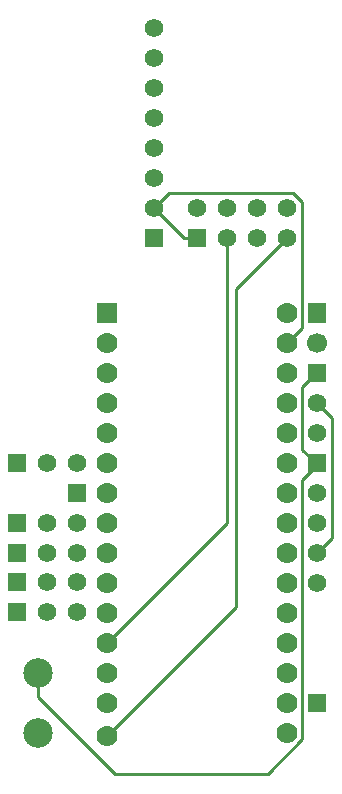
<source format=gbl>
G04 Layer: BottomLayer*
G04 EasyEDA v6.5.20, 2022-10-25 13:43:38*
G04 7ab05346c3184fb1b1d82cee0c39fc96,2b06a704b0b744f5a7d1a44ad6c904bc,10*
G04 Gerber Generator version 0.2*
G04 Scale: 100 percent, Rotated: No, Reflected: No *
G04 Dimensions in millimeters *
G04 leading zeros omitted , absolute positions ,4 integer and 5 decimal *
%FSLAX45Y45*%
%MOMM*%

%ADD10C,0.2540*%
%ADD11C,1.5748*%
%ADD12R,1.5748X1.5748*%
%ADD13R,1.5748X1.7000*%
%ADD14C,1.7000*%
%ADD15C,2.5000*%
%ADD16R,1.7780X1.7780*%
%ADD17C,1.7780*%

%LPD*%
D10*
X431800Y990600D02*
G01*
X431800Y787400D01*
X1079500Y139700D01*
X2374900Y139700D01*
X2667000Y431800D01*
X2667000Y2628900D01*
X2794000Y2755900D01*
X2794000Y2768600D01*
X1016000Y1244600D02*
G01*
X2032000Y2260600D01*
X2032000Y4673600D01*
X1016000Y457200D02*
G01*
X2108200Y1549400D01*
X2108200Y4241800D01*
X2540000Y4673600D01*
X2540000Y3784600D02*
G01*
X2667000Y3911600D01*
X2667000Y4978400D01*
X2590800Y5054600D01*
X1536700Y5054600D01*
X1409700Y4927600D01*
X2781300Y3530600D02*
G01*
X2667000Y3416300D01*
X2667000Y2882900D01*
X2781300Y2768600D01*
X2794000Y2006600D02*
G01*
X2921000Y2133600D01*
X2921000Y3149600D01*
X2794000Y3276600D01*
X1409700Y4927600D02*
G01*
X1663700Y4673600D01*
X1778000Y4673600D01*
D11*
G01*
X762000Y1765300D03*
G01*
X508000Y1765300D03*
D12*
G01*
X254000Y1765300D03*
D11*
G01*
X762000Y1511300D03*
G01*
X508000Y1511300D03*
D12*
G01*
X254000Y1511300D03*
G01*
X2794000Y736600D03*
G01*
X762000Y2514600D03*
D13*
G01*
X2794000Y4038600D03*
D14*
G01*
X2794000Y3784600D03*
D11*
G01*
X2794000Y3022600D03*
G01*
X2794000Y3276600D03*
D12*
G01*
X2794000Y3530600D03*
D15*
G01*
X431800Y482600D03*
G01*
X431800Y990600D03*
D12*
G01*
X254000Y2768600D03*
D11*
G01*
X508000Y2768600D03*
G01*
X762000Y2768600D03*
D12*
G01*
X254000Y2260600D03*
D11*
G01*
X508000Y2260600D03*
G01*
X762000Y2260600D03*
D12*
G01*
X254000Y2006600D03*
D11*
G01*
X508000Y2006600D03*
G01*
X762000Y2006600D03*
D12*
G01*
X1778000Y4673600D03*
D11*
G01*
X1778000Y4927600D03*
G01*
X2032000Y4673600D03*
G01*
X2032000Y4927600D03*
G01*
X2286000Y4673600D03*
G01*
X2286000Y4927600D03*
G01*
X2540000Y4673600D03*
G01*
X2540000Y4927600D03*
D12*
G01*
X1409700Y4673600D03*
D11*
G01*
X1409700Y4927600D03*
G01*
X1409700Y5181600D03*
G01*
X1409700Y5435600D03*
G01*
X1409700Y5689600D03*
G01*
X1409700Y5943600D03*
G01*
X1409700Y6197600D03*
G01*
X1409700Y6451600D03*
G01*
X2794000Y1752600D03*
G01*
X2794000Y2006600D03*
G01*
X2794000Y2260600D03*
G01*
X2794000Y2514600D03*
D12*
G01*
X2794000Y2768600D03*
D16*
G01*
X1016000Y4038600D03*
D17*
G01*
X1016000Y3784600D03*
G01*
X1016000Y3530600D03*
G01*
X1016000Y3276600D03*
G01*
X1016000Y3022600D03*
G01*
X1016000Y2768600D03*
G01*
X1016000Y2514600D03*
G01*
X1016000Y2260600D03*
G01*
X1016000Y2006600D03*
G01*
X1016000Y1752600D03*
G01*
X1016000Y1498600D03*
G01*
X1016000Y1244600D03*
G01*
X1016000Y990600D03*
G01*
X1016000Y736600D03*
G01*
X1016000Y457200D03*
G01*
X2540000Y4038600D03*
G01*
X2540000Y3784600D03*
G01*
X2540000Y3530600D03*
G01*
X2540000Y3276600D03*
G01*
X2540000Y3022600D03*
G01*
X2540000Y2768600D03*
G01*
X2540000Y2514600D03*
G01*
X2540000Y2260600D03*
G01*
X2540000Y2006600D03*
G01*
X2540000Y1752600D03*
G01*
X2540000Y1498600D03*
G01*
X2540000Y1244600D03*
G01*
X2540000Y990600D03*
G01*
X2540000Y736600D03*
G01*
X2540000Y482600D03*
M02*

</source>
